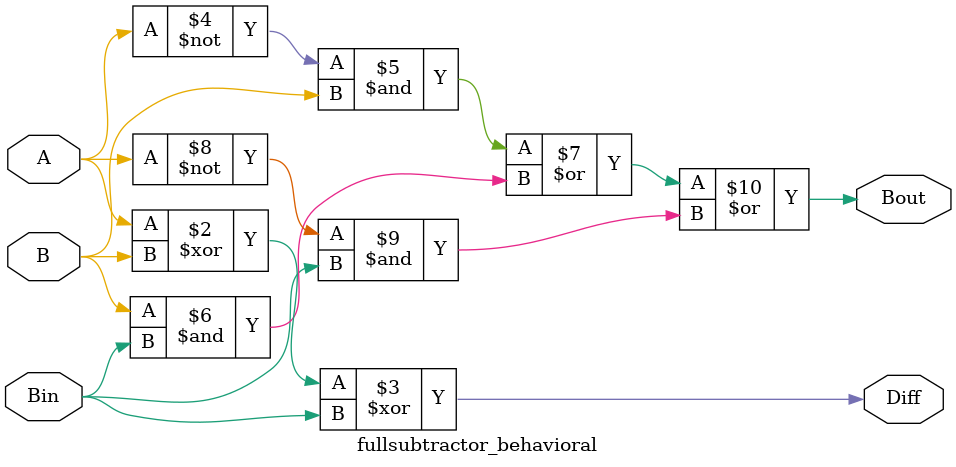
<source format=v>
module fullsubtractor_behavioral(input A, B, Bin, output reg Diff, Bout);
  always @(*) begin
    Diff = A ^ B ^ Bin;
    Bout = (~A & B) | (B & Bin) | (~A & Bin);
  end
endmodule

</source>
